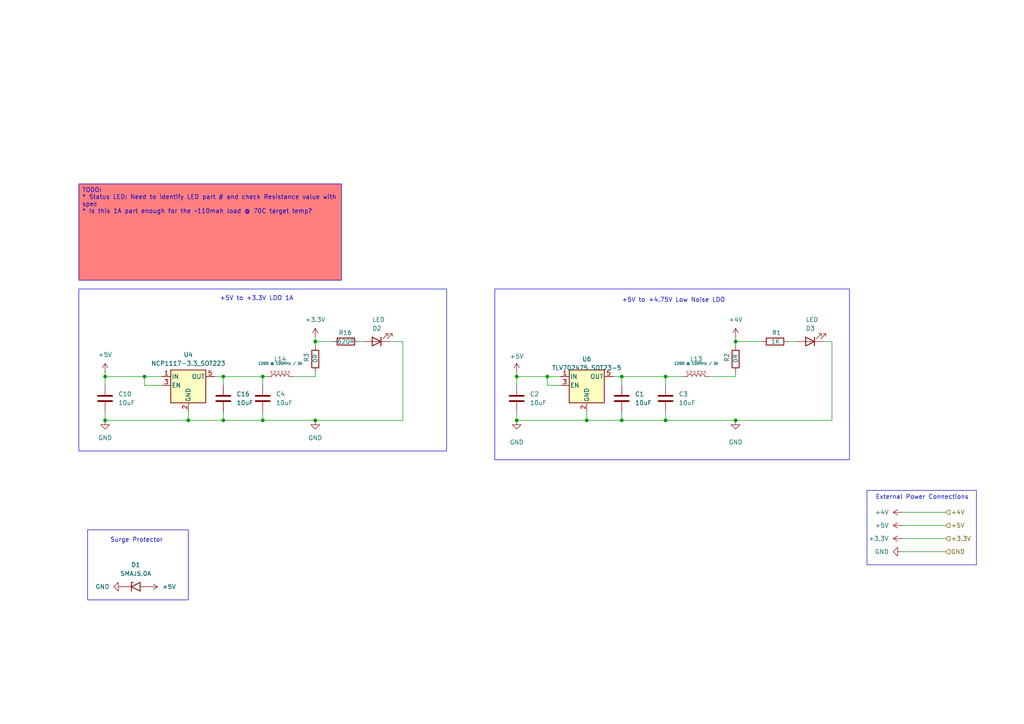
<source format=kicad_sch>
(kicad_sch (version 20231120) (generator "eeschema") (generator_version "8.0")
  (paper "A4")
  (lib_symbols
    (symbol "Device:C" (pin_numbers hide) (pin_names (offset 0.254))
      (property "Reference" "C" (at 0.635 2.54 0))
      (property "Value" "C" (at 0.635 -2.54 0))
      (symbol "C_0_1"
        (polyline (pts (xy -2.032 -0.762) (xy 2.032 -0.762)) (stroke (width 0.508)))
        (polyline (pts (xy -2.032 0.762) (xy 2.032 0.762)) (stroke (width 0.508)))
      )
      (symbol "C_1_1"
        (pin passive line (at 0 3.81 270) (length 2.794) (name "~") (number "1"))
        (pin passive line (at 0 -3.81 90) (length 2.794) (name "~") (number "2"))
      )
    )
    (symbol "Device:LED" (pin_numbers hide) (pin_names (offset 1.016) hide)
      (property "Reference" "D" (at 0 2.54 0))
      (property "Value" "LED" (at 0 -2.54 0))
      (symbol "LED_0_1"
        (polyline (pts (xy -1.27 -1.27) (xy -1.27 1.27)) (stroke (width 0.254)))
        (polyline (pts (xy -1.27 0) (xy 1.27 0)))
        (polyline (pts (xy 1.27 -1.27) (xy 1.27 1.27) (xy -1.27 0) (xy 1.27 -1.27)) (stroke (width 0.254)))
        (polyline (pts (xy -3.048 -0.762) (xy -4.572 -2.286) (xy -3.81 -2.286) (xy -4.572 -2.286) (xy -4.572 -1.524)))
        (polyline (pts (xy -1.778 -0.762) (xy -3.302 -2.286) (xy -2.54 -2.286) (xy -3.302 -2.286) (xy -3.302 -1.524)))
      )
      (symbol "LED_1_1"
        (pin passive line (at -3.81 0 0) (length 2.54) (name "K") (number "1"))
        (pin passive line (at 3.81 0 180) (length 2.54) (name "A") (number "2"))
      )
    )
    (symbol "Device:L_Ferrite" (pin_numbers hide) (pin_names (offset 1.016) hide)
      (property "Reference" "L" (at -1.27 0 90))
      (property "Value" "L_Ferrite" (at 2.794 0 90))
      (symbol "L_Ferrite_0_1"
        (arc (start 0 -2.54) (mid 0.6323 -1.905) (end 0 -1.27))
        (arc (start 0 -1.27) (mid 0.6323 -0.635) (end 0 0))
        (polyline (pts (xy 1.016 -2.794) (xy 1.016 -2.286)))
        (polyline (pts (xy 1.016 -1.778) (xy 1.016 -1.27)))
        (polyline (pts (xy 1.016 -0.762) (xy 1.016 -0.254)))
        (polyline (pts (xy 1.016 0.254) (xy 1.016 0.762)))
        (polyline (pts (xy 1.016 1.27) (xy 1.016 1.778)))
        (polyline (pts (xy 1.016 2.286) (xy 1.016 2.794)))
        (polyline (pts (xy 1.524 -2.286) (xy 1.524 -2.794)))
        (polyline (pts (xy 1.524 -1.27) (xy 1.524 -1.778)))
        (polyline (pts (xy 1.524 -0.254) (xy 1.524 -0.762)))
        (polyline (pts (xy 1.524 0.762) (xy 1.524 0.254)))
        (polyline (pts (xy 1.524 1.778) (xy 1.524 1.27)))
        (polyline (pts (xy 1.524 2.794) (xy 1.524 2.286)))
        (arc (start 0 0) (mid 0.6323 0.635) (end 0 1.27))
        (arc (start 0 1.27) (mid 0.6323 1.905) (end 0 2.54))
      )
      (symbol "L_Ferrite_1_1"
        (pin passive line (at 0 3.81 270) (length 1.27) (name "1") (number "1"))
        (pin passive line (at 0 -3.81 90) (length 1.27) (name "2") (number "2"))
      )
    )
    (symbol "Device:R" (pin_numbers hide) (pin_names (offset 0))
      (property "Reference" "R" (at 2.032 0 90))
      (property "Value" "R" (at 0 0 90))
      (symbol "R_0_1"
        (rectangle (start -1.016 -2.54) (end 1.016 2.54) (stroke (width 0.254)))
      )
      (symbol "R_1_1"
        (pin passive line (at 0 3.81 270) (length 1.27) (name "~") (number "1"))
        (pin passive line (at 0 -3.81 90) (length 1.27) (name "~") (number "2"))
      )
    )
    (symbol "Diode:SMAJ5.0A" (pin_numbers hide) (pin_names (offset 1.016) hide)
      (property "Reference" "D" (at 0 2.54 0))
      (property "Value" "SMAJ5.0A" (at 0 -2.54 0))
      (symbol "SMAJ5.0A_0_1"
        (polyline (pts (xy -0.762 1.27) (xy -1.27 1.27) (xy -1.27 -1.27)) (stroke (width 0.254)))
        (polyline (pts (xy 1.27 1.27) (xy 1.27 -1.27) (xy -1.27 0) (xy 1.27 1.27)) (stroke (width 0.254)))
      )
      (symbol "SMAJ5.0A_1_1"
        (pin passive line (at -3.81 0 0) (length 2.54) (name "A1") (number "1"))
        (pin passive line (at 3.81 0 180) (length 2.54) (name "A2") (number "2"))
      )
    )
    (symbol "Regulator_Linear:TLV70233_SOT23-5" (pin_names (offset 0.254))
      (property "Reference" "U" (at -3.81 5.715 0))
      (property "Value" "TLV70233_SOT23-5" (at 0 5.715 0))
      (symbol "TLV70233_SOT23-5_0_1"
        (rectangle (start -5.08 4.445) (end 5.08 -5.08) (stroke (width 0.254)) (fill (type background)))
      )
      (symbol "TLV70233_SOT23-5_1_1"
        (pin power_in line (at -7.62 2.54 0) (length 2.54) (name "IN") (number "1"))
        (pin power_in line (at 0 -7.62 90) (length 2.54) (name "GND") (number "2"))
        (pin input line (at -7.62 0 0) (length 2.54) (name "EN") (number "3"))
        (pin no_connect line (at 5.08 0 180) (length 2.54) hide (name "NC") (number "4"))
        (pin power_out line (at 7.62 2.54 180) (length 2.54) (name "OUT") (number "5"))
      )
    )
    (symbol "Regulator_Linear:TLV702475_SOT23-5" (pin_names (offset 0.254))
      (property "Reference" "U" (at -3.81 5.715 0))
      (property "Value" "TLV702475_SOT23-5" (at 0 5.715 0))
      (symbol "TLV702475_SOT23-5_0_1"
        (rectangle (start -5.08 4.445) (end 5.08 -5.08) (stroke (width 0.254)) (fill (type background)))
      )
      (symbol "TLV702475_SOT23-5_1_1"
        (pin power_in line (at -7.62 2.54 0) (length 2.54) (name "IN") (number "1"))
        (pin power_in line (at 0 -7.62 90) (length 2.54) (name "GND") (number "2"))
        (pin input line (at -7.62 0 0) (length 2.54) (name "EN") (number "3"))
        (pin no_connect line (at 5.08 0 180) (length 2.54) hide (name "NC") (number "4"))
        (pin power_out line (at 7.62 2.54 180) (length 2.54) (name "OUT") (number "5"))
      )
    )
    (symbol "power:+24V" (power) (pin_numbers hide) (pin_names (offset 0) hide)
      (property "Value" "+24V" (at 0 3.556 0))
      (symbol "+24V_0_1"
        (polyline (pts (xy -0.762 1.27) (xy 0 2.54)))
        (polyline (pts (xy 0 0) (xy 0 2.54)))
        (polyline (pts (xy 0 2.54) (xy 0.762 1.27)))
      )
      (symbol "+24V_1_1"
        (pin power_in line (at 0 0 90) (length 0) (name "~") (number "1"))
      )
    )
    (symbol "power:+4V" (power) (pin_numbers hide) (pin_names (offset 0) hide)
      (property "Value" "+4V" (at 0 3.556 0))
      (symbol "+4V_0_1"
        (polyline (pts (xy -0.762 1.27) (xy 0 2.54)))
        (polyline (pts (xy 0 0) (xy 0 2.54)))
        (polyline (pts (xy 0 2.54) (xy 0.762 1.27)))
      )
      (symbol "+4V_1_1"
        (pin power_in line (at 0 0 90) (length 0) (name "~") (number "1"))
      )
    )
    (symbol "power:+5V" (power) (pin_numbers hide) (pin_names (offset 0) hide)
      (property "Value" "+5V" (at 0 3.556 0))
      (symbol "+5V_0_1"
        (polyline (pts (xy -0.762 1.27) (xy 0 2.54)))
        (polyline (pts (xy 0 0) (xy 0 2.54)))
        (polyline (pts (xy 0 2.54) (xy 0.762 1.27)))
      )
      (symbol "+5V_1_1"
        (pin power_in line (at 0 0 90) (length 0) (name "~") (number "1"))
      )
    )
    (symbol "power:GND" (power) (pin_numbers hide) (pin_names (offset 0) hide)
      (property "Value" "GND" (at 0 -3.81 0))
      (symbol "GND_0_1"
        (polyline (pts (xy 0 0) (xy 0 -1.27) (xy 1.27 -1.27) (xy 0 -2.54) (xy -1.27 -1.27) (xy 0 -1.27)))
      )
      (symbol "GND_1_1"
        (pin power_in line (at 0 0 270) (length 0) (name "~") (number "1"))
      )
    )
  )
  (junction (at 41.91 109.22))
  (junction (at 76.2 121.92))
  (junction (at 193.04 121.92))
  (junction (at 91.44 99.06))
  (junction (at 180.34 121.92))
  (junction (at 193.04 109.22))
  (junction (at 180.34 109.22))
  (junction (at 158.75 109.22))
  (junction (at 54.61 121.92))
  (junction (at 170.18 121.92))
  (junction (at 213.36 121.92))
  (junction (at 64.77 121.92))
  (junction (at 64.77 109.22))
  (junction (at 30.48 121.92))
  (junction (at 30.48 109.22))
  (junction (at 149.86 121.92))
  (junction (at 91.44 121.92))
  (junction (at 149.86 109.22))
  (junction (at 76.2 109.22))
  (junction (at 213.36 99.06))
  (wire (pts (xy 193.04 109.22) (xy 198.12 109.22)))
  (wire (pts (xy 180.34 111.76) (xy 180.34 109.22)))
  (wire (pts (xy 104.14 99.06) (xy 105.41 99.06)))
  (wire (pts (xy 220.98 99.06) (xy 213.36 99.06)))
  (wire (pts (xy 91.44 97.79) (xy 91.44 99.06)))
  (wire (pts (xy 180.34 109.22) (xy 193.04 109.22)))
  (wire (pts (xy 170.18 119.38) (xy 170.18 121.92)))
  (wire (pts (xy 213.36 109.22) (xy 205.74 109.22)))
  (wire (pts (xy 213.36 97.79) (xy 213.36 99.06)))
  (wire (pts (xy 30.48 121.92) (xy 54.61 121.92)))
  (wire (pts (xy 76.2 121.92) (xy 91.44 121.92)))
  (wire (pts (xy 30.48 109.22) (xy 30.48 111.76)))
  (wire (pts (xy 193.04 119.38) (xy 193.04 121.92)))
  (wire (pts (xy 261.62 152.4) (xy 274.32 152.4)))
  (wire (pts (xy 241.3 99.06) (xy 241.3 121.92)))
  (wire (pts (xy 41.91 109.22) (xy 46.99 109.22)))
  (wire (pts (xy 116.84 99.06) (xy 113.03 99.06)))
  (wire (pts (xy 64.77 119.38) (xy 64.77 121.92)))
  (wire (pts (xy 149.86 109.22) (xy 158.75 109.22)))
  (wire (pts (xy 76.2 109.22) (xy 77.47 109.22)))
  (wire (pts (xy 177.8 109.22) (xy 180.34 109.22)))
  (wire (pts (xy 54.61 119.38) (xy 54.61 121.92)))
  (wire (pts (xy 241.3 121.92) (xy 213.36 121.92)))
  (wire (pts (xy 241.3 99.06) (xy 238.76 99.06)))
  (wire (pts (xy 85.09 109.22) (xy 91.44 109.22)))
  (wire (pts (xy 149.86 111.76) (xy 149.86 109.22)))
  (wire (pts (xy 213.36 107.95) (xy 213.36 109.22)))
  (wire (pts (xy 76.2 111.76) (xy 76.2 109.22)))
  (wire (pts (xy 64.77 109.22) (xy 76.2 109.22)))
  (wire (pts (xy 64.77 121.92) (xy 76.2 121.92)))
  (wire (pts (xy 41.91 111.76) (xy 41.91 109.22)))
  (wire (pts (xy 180.34 121.92) (xy 193.04 121.92)))
  (wire (pts (xy 30.48 107.95) (xy 30.48 109.22)))
  (wire (pts (xy 64.77 109.22) (xy 62.23 109.22)))
  (wire (pts (xy 46.99 111.76) (xy 41.91 111.76)))
  (wire (pts (xy 30.48 109.22) (xy 41.91 109.22)))
  (wire (pts (xy 158.75 111.76) (xy 158.75 109.22)))
  (wire (pts (xy 96.52 99.06) (xy 91.44 99.06)))
  (wire (pts (xy 261.62 160.02) (xy 274.32 160.02)))
  (wire (pts (xy 170.18 121.92) (xy 180.34 121.92)))
  (wire (pts (xy 91.44 107.95) (xy 91.44 109.22)))
  (wire (pts (xy 261.62 148.59) (xy 274.32 148.59)))
  (wire (pts (xy 91.44 121.92) (xy 116.84 121.92)))
  (wire (pts (xy 158.75 109.22) (xy 162.56 109.22)))
  (wire (pts (xy 149.86 107.95) (xy 149.86 109.22)))
  (wire (pts (xy 30.48 119.38) (xy 30.48 121.92)))
  (wire (pts (xy 91.44 99.06) (xy 91.44 100.33)))
  (wire (pts (xy 162.56 111.76) (xy 158.75 111.76)))
  (wire (pts (xy 213.36 99.06) (xy 213.36 100.33)))
  (wire (pts (xy 149.86 121.92) (xy 170.18 121.92)))
  (wire (pts (xy 231.14 99.06) (xy 228.6 99.06)))
  (wire (pts (xy 64.77 109.22) (xy 64.77 111.76)))
  (wire (pts (xy 180.34 119.38) (xy 180.34 121.92)))
  (wire (pts (xy 54.61 121.92) (xy 64.77 121.92)))
  (wire (pts (xy 193.04 111.76) (xy 193.04 109.22)))
  (wire (pts (xy 193.04 121.92) (xy 213.36 121.92)))
  (wire (pts (xy 261.62 156.21) (xy 274.32 156.21)))
  (wire (pts (xy 76.2 119.38) (xy 76.2 121.92)))
  (wire (pts (xy 116.84 121.92) (xy 116.84 99.06)))
  (wire (pts (xy 149.86 119.38) (xy 149.86 121.92)))
  (rectangle (start 25.4 153.67) (end 54.61 173.99))
  (rectangle (start 22.86 83.82) (end 129.54 130.81))
  (rectangle (start 251.46 142.24) (end 283.21 163.83))
  (rectangle (start 143.51 83.82) (end 246.38 133.35))
  (text_box "TODO:\n* Status LED: Need to identify LED part # and check Resistance value with spec\n* Is this 1A part enough for the ~110mah load @ 70C target temp?" (at 22.86 53.34 0) (size 76.2 27.94) (fill (type color) (color 255 0 0 0.5)) (effects (font (size 1.27 1.27)) (justify left top)))
  (text "Surge Protector" (at 39.624 156.718 0) (effects (font (size 1.27 1.27))))
  (text "External Power Connections" (at 267.462 144.272 0) (effects (font (size 1.27 1.27))))
  (text "+5V to +3.3V LDO 1A\n" (at 74.422 86.614 0) (effects (font (size 1.27 1.27))))
  (text "+5V to +4.75V Low Noise LDO\n" (at 195.326 87.122 0) (effects (font (size 1.27 1.27))))
  (hierarchical_label "+3.3V" (shape input) (at 274.32 156.21 0))
  (hierarchical_label "+4V" (shape input) (at 274.32 148.59 0))
  (hierarchical_label "GND" (shape input) (at 274.32 160.02 0))
  (hierarchical_label "+5V" (shape input) (at 274.32 152.4 0))
  (symbol (lib_id "Device:C") (at 64.77 115.57 0) (unit 1)
    (property "Reference" "C16" (at 68.58 114.2999 0) (effects (justify left)))
    (property "Value" "10uF" (at 68.58 116.8399 0) (effects (justify left)))
    (property "Footprint" "Capacitor_SMD:C_0805_2012Metric_Pad1.18x1.45mm_HandSolder" (effects (hide yes)))
    (property "Description" "Unpolarized capacitor" (effects (hide yes)))
  )
  (symbol (lib_id "power:+24V") (at 261.62 156.21 90) (unit 1)
    (property "Reference" "#PWR027" (effects (hide yes)))
    (property "Value" "+3.3V" (at 257.81 156.2099 90) (effects (justify left)))
    (property "Description" "Power symbol creates a global label with name \"+24V\"" (effects (hide yes)))
  )
  (symbol (lib_id "Diode:SMAJ5.0A") (at 39.37 170.18 0) (unit 1)
    (property "Reference" "D1" (at 39.37 163.83 0))
    (property "Value" "SMAJ5.0A" (at 39.37 166.37 0))
    (property "Footprint" "Diode_SMD:D_SMA" (effects (hide yes)))
    (property "Datasheet" "https://www.littelfuse.com/media?resourcetype=datasheets&itemid=75e32973-b177-4ee3-a0ff-cedaf1abdb93&filename=smaj-datasheet" (effects (hide yes)))
    (property "Description" "400W unidirectional Transient Voltage Suppressor, 5.0Vr, SMA(DO-214AC)" (effects (hide yes)))
  )
  (symbol (lib_id "power:GND") (at 213.36 121.92 0) (unit 1)
    (property "Reference" "#PWR04" (effects (hide yes)))
    (property "Value" "GND" (at 213.36 128.27 0))
    (property "Description" "Power symbol creates a global label with name \"GND\" , ground" (effects (hide yes)))
  )
  (symbol (lib_id "Device:C") (at 149.86 115.57 0) (unit 1)
    (property "Reference" "C2" (at 153.67 114.2999 0) (effects (justify left)))
    (property "Value" "10uF" (at 153.67 116.8399 0) (effects (justify left)))
    (property "Footprint" "Capacitor_SMD:C_0805_2012Metric_Pad1.18x1.45mm_HandSolder" (effects (hide yes)))
    (property "Description" "Unpolarized capacitor" (effects (hide yes)))
  )
  (symbol (lib_id "power:+5V") (at 43.18 170.18 270) (unit 1)
    (property "Reference" "#PWR039" (effects (hide yes)))
    (property "Value" "+5V" (at 46.99 170.1799 90) (effects (justify left)))
    (property "Description" "Power symbol creates a global label with name \"+5V\"" (effects (hide yes)))
  )
  (symbol (lib_id "power:+5V") (at 30.48 107.95 0) (unit 1)
    (property "Reference" "#PWR011" (effects (hide yes)))
    (property "Value" "+5V" (at 30.48 102.87 0))
    (property "Description" "Power symbol creates a global label with name \"+5V\"" (effects (hide yes)))
  )
  (symbol (lib_id "power:GND") (at 91.44 121.92 0) (unit 1)
    (property "Reference" "#PWR05" (effects (hide yes)))
    (property "Value" "GND" (at 91.44 127 0))
    (property "Description" "Power symbol creates a global label with name \"GND\" , ground" (effects (hide yes)))
  )
  (symbol (lib_id "Device:LED") (at 109.22 99.06 180) (unit 1)
    (property "Reference" "D2" (at 107.95 95.25 0) (effects (justify right)))
    (property "Value" "LED" (at 107.95 92.71 0) (effects (justify right)))
    (property "Footprint" "LED_SMD:LED_1206_3216Metric_Pad1.42x1.75mm_HandSolder" (effects (hide yes)))
    (property "Description" "Light emitting diode" (effects (hide yes)))
  )
  (symbol (lib_id "Device:R") (at 213.36 104.14 180) (unit 1)
    (property "Reference" "R2" (at 210.82 102.362 90) (effects (justify left)))
    (property "Value" "0R" (at 213.36 102.616 90) (effects (justify left)))
    (property "Footprint" "Resistor_SMD:R_0805_2012Metric_Pad1.20x1.40mm_HandSolder" (effects (hide yes)))
    (property "Description" "Resistor" (effects (hide yes)))
  )
  (symbol (lib_id "Device:C") (at 180.34 115.57 0) (unit 1)
    (property "Reference" "C1" (at 184.15 114.2999 0) (effects (justify left)))
    (property "Value" "10uF" (at 184.15 116.8399 0) (effects (justify left)))
    (property "Footprint" "Capacitor_SMD:C_0805_2012Metric_Pad1.18x1.45mm_HandSolder" (effects (hide yes)))
    (property "Description" "Unpolarized capacitor" (effects (hide yes)))
  )
  (symbol (lib_id "power:GND") (at 261.62 160.02 270) (unit 1)
    (property "Reference" "#PWR030" (effects (hide yes)))
    (property "Value" "GND" (at 257.81 160.0199 90) (effects (justify right)))
    (property "Description" "Power symbol creates a global label with name \"GND\" , ground" (effects (hide yes)))
  )
  (symbol (lib_id "power:+24V") (at 91.44 97.79 0) (unit 1)
    (property "Reference" "#PWR014" (effects (hide yes)))
    (property "Value" "+3.3V" (at 91.44 92.71 0))
    (property "Description" "Power symbol creates a global label with name \"+24V\"" (effects (hide yes)))
  )
  (symbol (lib_id "power:+5V") (at 261.62 152.4 90) (unit 1)
    (property "Reference" "#PWR020" (effects (hide yes)))
    (property "Value" "+5V" (at 257.81 152.3999 90) (effects (justify left)))
    (property "Description" "Power symbol creates a global label with name \"+5V\"" (effects (hide yes)))
  )
  (symbol (lib_id "Device:R") (at 100.33 99.06 90) (unit 1)
    (property "Reference" "R16" (at 102.108 96.52 90) (effects (justify left)))
    (property "Value" "620R" (at 102.87 99.06 90) (effects (justify left)))
    (property "Footprint" "Resistor_SMD:R_0805_2012Metric_Pad1.20x1.40mm_HandSolder" (effects (hide yes)))
    (property "Description" "Resistor" (effects (hide yes)))
  )
  (symbol (lib_id "Device:L_Ferrite") (at 201.93 109.22 90) (unit 1)
    (property "Reference" "L13" (at 201.93 104.14 90))
    (property "Value" "120Ω @ 100MHz / 3A" (at 201.93 105.41 90) (effects (font (size 0.75 0.75))))
    (property "Footprint" "Inductor_SMD:L_0805_2012Metric_Pad1.05x1.20mm_HandSolder" (effects (hide yes)))
    (property "Description" "Inductor with ferrite core" (effects (hide yes)))
  )
  (symbol (lib_id "power:GND") (at 35.56 170.18 270) (unit 1)
    (property "Reference" "#PWR040" (effects (hide yes)))
    (property "Value" "GND" (at 31.75 170.1799 90) (effects (justify right)))
    (property "Description" "Power symbol creates a global label with name \"GND\" , ground" (effects (hide yes)))
  )
  (symbol (lib_id "power:GND") (at 149.86 121.92 0) (unit 1)
    (property "Reference" "#PWR01" (effects (hide yes)))
    (property "Value" "GND" (at 149.86 128.27 0))
    (property "Description" "Power symbol creates a global label with name \"GND\" , ground" (effects (hide yes)))
  )
  (symbol (lib_id "Regulator_Linear:TLV702475_SOT23-5") (at 170.18 111.76 0) (unit 1)
    (property "Reference" "U6" (at 170.18 104.14 0))
    (property "Value" "TLV702475_SOT23-5" (at 170.18 106.68 0))
    (property "Footprint" "Package_TO_SOT_SMD:SOT-23-5_HandSoldering" (effects (hide yes)))
    (property "Datasheet" "http://www.ti.com/lit/ds/symlink/tlv702.pdf" (effects (hide yes)))
    (property "Description" "300mA Low Dropout Voltage Regulator, Fixed Output 4.75V, SOT-23-5" (effects (hide yes)))
  )
  (symbol (lib_id "power:+4V") (at 213.36 97.79 0) (unit 1)
    (property "Reference" "#PWR013" (effects (hide yes)))
    (property "Value" "+4V" (at 213.36 92.71 0))
    (property "Description" "Power symbol creates a global label with name \"+4V\"" (effects (hide yes)))
  )
  (symbol (lib_id "power:GND") (at 30.48 121.92 0) (unit 1)
    (property "Reference" "#PWR012" (effects (hide yes)))
    (property "Value" "GND" (at 30.48 127 0))
    (property "Description" "Power symbol creates a global label with name \"GND\" , ground" (effects (hide yes)))
  )
  (symbol (lib_id "Device:C") (at 76.2 115.57 0) (unit 1)
    (property "Reference" "C4" (at 80.01 114.2999 0) (effects (justify left)))
    (property "Value" "10uF" (at 80.01 116.8399 0) (effects (justify left)))
    (property "Footprint" "Capacitor_SMD:C_0805_2012Metric_Pad1.18x1.45mm_HandSolder" (effects (hide yes)))
    (property "Description" "Unpolarized capacitor" (effects (hide yes)))
  )
  (symbol (lib_id "Device:LED") (at 234.95 99.06 180) (unit 1)
    (property "Reference" "D3" (at 233.68 95.25 0) (effects (justify right)))
    (property "Value" "LED" (at 233.68 92.71 0) (effects (justify right)))
    (property "Footprint" "LED_SMD:LED_1206_3216Metric_Pad1.42x1.75mm_HandSolder" (effects (hide yes)))
    (property "Description" "Light emitting diode" (effects (hide yes)))
  )
  (symbol (lib_id "Device:C") (at 193.04 115.57 0) (unit 1)
    (property "Reference" "C3" (at 196.85 114.2999 0) (effects (justify left)))
    (property "Value" "10uF" (at 196.85 116.8399 0) (effects (justify left)))
    (property "Footprint" "Capacitor_SMD:C_0805_2012Metric_Pad1.18x1.45mm_HandSolder" (effects (hide yes)))
    (property "Description" "Unpolarized capacitor" (effects (hide yes)))
  )
  (symbol (lib_id "power:+4V") (at 261.62 148.59 90) (unit 1)
    (property "Reference" "#PWR017" (effects (hide yes)))
    (property "Value" "+4V" (at 257.81 148.5899 90) (effects (justify left)))
    (property "Description" "Power symbol creates a global label with name \"+4V\"" (effects (hide yes)))
  )
  (symbol (lib_id "Device:L_Ferrite") (at 81.28 109.22 90) (unit 1)
    (property "Reference" "L14" (at 81.28 104.14 90))
    (property "Value" "120Ω @ 100MHz / 3A" (at 81.28 105.41 90) (effects (font (size 0.75 0.75))))
    (property "Footprint" "Inductor_SMD:L_0805_2012Metric_Pad1.05x1.20mm_HandSolder" (effects (hide yes)))
    (property "Description" "Inductor with ferrite core" (effects (hide yes)))
  )
  (symbol (lib_id "Device:R") (at 224.79 99.06 90) (unit 1)
    (property "Reference" "R1" (at 226.568 96.52 90) (effects (justify left)))
    (property "Value" "1K" (at 226.314 99.06 90) (effects (justify left)))
    (property "Footprint" "Resistor_SMD:R_0805_2012Metric_Pad1.20x1.40mm_HandSolder" (effects (hide yes)))
    (property "Description" "Resistor" (effects (hide yes)))
  )
  (symbol (lib_id "Regulator_Linear:TLV70233_SOT23-5") (at 54.61 111.76 0) (unit 1)
    (property "Reference" "U4" (at 54.61 102.87 0))
    (property "Value" "NCP1117-3.3_SOT223" (at 54.61 105.41 0))
    (property "Footprint" "Package_TO_SOT_SMD:SOT-23-5" (effects (hide yes)))
    (property "Datasheet" "http://www.ti.com/lit/ds/symlink/tlv702.pdf" (effects (hide yes)))
    (property "Description" "300mA Low Dropout Voltage Regulator, Fixed Output 3.3V, SOT-23-5" (effects (hide yes)))
  )
  (symbol (lib_id "Device:R") (at 91.44 104.14 180) (unit 1)
    (property "Reference" "R3" (at 88.9 102.362 90) (effects (justify left)))
    (property "Value" "0R" (at 91.44 102.616 90) (effects (justify left)))
    (property "Footprint" "Resistor_SMD:R_0805_2012Metric_Pad1.20x1.40mm_HandSolder" (effects (hide yes)))
    (property "Description" "Resistor" (effects (hide yes)))
  )
  (symbol (lib_id "power:+5V") (at 149.86 107.95 0) (unit 1)
    (property "Reference" "#PWR03" (effects (hide yes)))
    (property "Value" "+5V" (at 147.828 103.378 0) (effects (justify left)))
    (property "Description" "Power symbol creates a global label with name \"+5V\"" (effects (hide yes)))
  )
  (symbol (lib_id "Device:C") (at 30.48 115.57 0) (unit 1)
    (property "Reference" "C10" (at 34.29 114.2999 0) (effects (justify left)))
    (property "Value" "10uF" (at 34.29 116.8399 0) (effects (justify left)))
    (property "Footprint" "Capacitor_SMD:C_0805_2012Metric_Pad1.18x1.45mm_HandSolder" (effects (hide yes)))
    (property "Description" "Unpolarized capacitor" (effects (hide yes)))
  )
)
</source>
